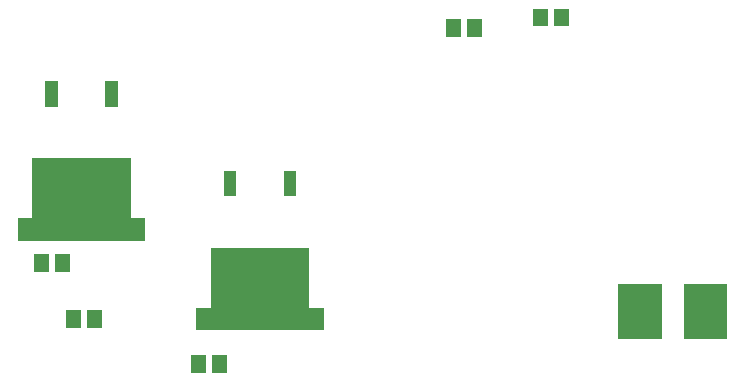
<source format=gbr>
G04 start of page 12 for group -4014 idx -4014 *
G04 Title: RspPiPS, bottompaste *
G04 Creator: pcb 4.2.0 *
G04 CreationDate: Mon Jan 27 09:10:50 2020 UTC *
G04 For: brian *
G04 Format: Gerber/RS-274X *
G04 PCB-Dimensions (mil): 10000.00 10000.00 *
G04 PCB-Coordinate-Origin: lower left *
%MOIN*%
%FSLAX25Y25*%
%LNBOTTOMPASTE*%
%ADD96C,0.0001*%
G54D96*G36*
X225236Y635506D02*X220118D01*
Y629602D01*
X225236D01*
Y635506D01*
G37*
G36*
X232322D02*X227204D01*
Y629602D01*
X232322D01*
Y635506D01*
G37*
G36*
X228100Y693275D02*X223900D01*
Y684775D01*
X228100D01*
Y693275D01*
G37*
G36*
X248100D02*X243900D01*
Y684775D01*
X248100D01*
Y693275D01*
G37*
G36*
X219600Y667600D02*Y646600D01*
X252400D01*
Y667600D01*
X219600D01*
G37*
G36*
X214750Y647600D02*Y640100D01*
X257250D01*
Y647600D01*
X214750D01*
G37*
G36*
X369645Y713952D02*X364527D01*
Y708048D01*
X369645D01*
Y713952D01*
G37*
G36*
X362559D02*X357441D01*
Y708048D01*
X362559D01*
Y713952D01*
G37*
G36*
X287643Y663474D02*X283443D01*
Y654974D01*
X287643D01*
Y663474D01*
G37*
G36*
X307643D02*X303443D01*
Y654974D01*
X307643D01*
Y663474D01*
G37*
G36*
X279143Y637799D02*Y616799D01*
X311943D01*
Y637799D01*
X279143D01*
G37*
G36*
X274293Y617799D02*Y610299D01*
X316793D01*
Y617799D01*
X274293D01*
G37*
G36*
X398602Y717452D02*X393484D01*
Y711548D01*
X398602D01*
Y717452D01*
G37*
G36*
X391516D02*X386398D01*
Y711548D01*
X391516D01*
Y717452D01*
G37*
G36*
X242882Y616999D02*X237764D01*
Y611095D01*
X242882D01*
Y616999D01*
G37*
G36*
X235796D02*X230678D01*
Y611095D01*
X235796D01*
Y616999D01*
G37*
G36*
X429450Y625750D02*X414950D01*
Y607250D01*
X429450D01*
Y625750D01*
G37*
G36*
X451250D02*X436750D01*
Y607250D01*
X451250D01*
Y625750D01*
G37*
G36*
X284602Y601952D02*X279484D01*
Y596048D01*
X284602D01*
Y601952D01*
G37*
G36*
X277516D02*X272398D01*
Y596048D01*
X277516D01*
Y601952D01*
G37*
M02*

</source>
